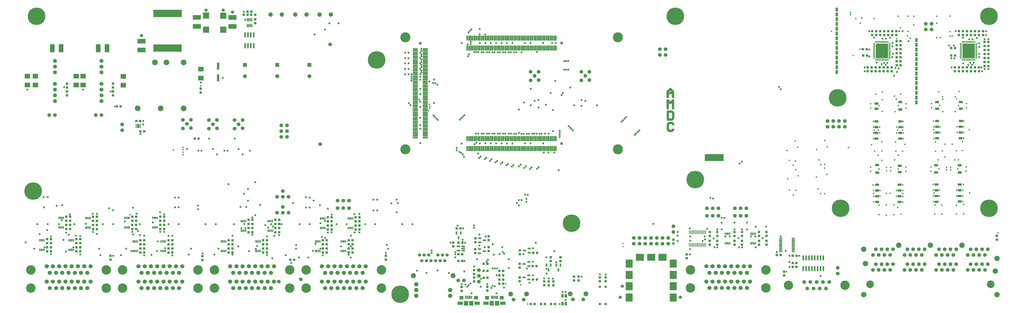
<source format=gts>
G04*
G04 #@! TF.GenerationSoftware,Altium Limited,Altium Designer,18.1.9 (240)*
G04*
G04 Layer_Color=8388736*
%FSLAX25Y25*%
%MOIN*%
G70*
G01*
G75*
%ADD55R,0.03937X0.05906*%
%ADD56R,0.02362X0.01968*%
%ADD57R,0.01200X0.03200*%
%ADD58R,0.03200X0.01200*%
%ADD64C,0.04000*%
%ADD65R,0.33000X0.12000*%
%ADD66R,0.02468X0.01484*%
%ADD67R,0.04043X0.06799*%
%ADD68R,0.06799X0.04437*%
%ADD69R,0.04240X0.04240*%
%ADD70R,0.04240X0.04240*%
%ADD71R,0.04437X0.06799*%
%ADD72R,0.14279X0.12311*%
%ADD73R,0.12311X0.14279*%
%ADD74R,0.06799X0.06012*%
%ADD75R,0.09555X0.05618*%
%ADD76R,0.07587X0.07980*%
%ADD77R,0.02075X0.05815*%
%ADD78R,0.05421X0.02075*%
%ADD79R,0.02500X0.08500*%
%ADD80R,0.08500X0.02500*%
%ADD81O,0.02862X0.09161*%
%ADD82R,0.49713X0.12902*%
%ADD83R,0.14000X0.08000*%
%ADD84R,0.09500X0.08000*%
%ADD85R,0.08000X0.14000*%
%ADD86R,0.02153X0.04000*%
%ADD87R,0.04437X0.12311*%
%ADD88R,0.02075X0.05303*%
%ADD89R,0.11130X0.11130*%
%ADD90R,0.21693X0.25787*%
%ADD91R,0.05618X0.02862*%
%ADD92R,0.02862X0.05618*%
%ADD93R,0.06209X0.02665*%
%ADD94R,0.06209X0.02665*%
%ADD95R,0.01681X0.06799*%
%ADD96C,0.06500*%
%ADD97C,0.09358*%
%ADD98C,0.13295*%
%ADD99C,0.04437*%
%ADD100C,0.30500*%
%ADD101R,0.06799X0.06799*%
%ADD102C,0.06799*%
%ADD103C,0.07200*%
%ADD104C,0.16500*%
%ADD105C,0.16248*%
%ADD106C,0.08374*%
%ADD107C,0.07500*%
%ADD108C,0.05500*%
%ADD109C,0.08700*%
%ADD110C,0.17500*%
%ADD111C,0.03500*%
%ADD112C,0.05098*%
%ADD113C,0.09949*%
%ADD114C,0.02700*%
%ADD115C,0.04500*%
%ADD116C,0.03000*%
D55*
X938774Y19390D02*
D03*
Y5610D02*
D03*
X944286Y19390D02*
D03*
Y5610D02*
D03*
X938774D02*
D03*
D56*
X1044000Y104744D02*
D03*
Y110256D02*
D03*
D57*
X1656327Y430103D02*
D03*
X1654358D02*
D03*
X1652390D02*
D03*
X1650421D02*
D03*
X1648453D02*
D03*
X1646484D02*
D03*
X1644516D02*
D03*
X1642547D02*
D03*
X1640579D02*
D03*
X1638610D02*
D03*
X1636642D02*
D03*
X1634673D02*
D03*
Y461203D02*
D03*
X1636642D02*
D03*
X1638610D02*
D03*
X1640579D02*
D03*
X1642547D02*
D03*
X1644516D02*
D03*
X1646484D02*
D03*
X1648453D02*
D03*
X1650421D02*
D03*
X1652390D02*
D03*
X1654358D02*
D03*
X1656327D02*
D03*
X1505327Y430103D02*
D03*
X1503358D02*
D03*
X1501390D02*
D03*
X1499421D02*
D03*
X1497453D02*
D03*
X1495484D02*
D03*
X1493516D02*
D03*
X1491547D02*
D03*
X1489579D02*
D03*
X1487610D02*
D03*
X1485642D02*
D03*
X1483673D02*
D03*
Y461203D02*
D03*
X1485642D02*
D03*
X1487610D02*
D03*
X1489579D02*
D03*
X1491547D02*
D03*
X1493516D02*
D03*
X1495484D02*
D03*
X1497453D02*
D03*
X1499421D02*
D03*
X1501390D02*
D03*
X1503358D02*
D03*
X1505327D02*
D03*
D58*
X1631900Y432858D02*
D03*
Y434827D02*
D03*
Y436795D02*
D03*
Y438764D02*
D03*
Y440732D02*
D03*
Y442701D02*
D03*
Y444669D02*
D03*
Y446638D02*
D03*
Y448606D02*
D03*
Y450575D02*
D03*
Y452543D02*
D03*
Y454512D02*
D03*
Y456480D02*
D03*
Y458449D02*
D03*
X1659100D02*
D03*
Y456480D02*
D03*
Y454512D02*
D03*
Y452543D02*
D03*
Y450575D02*
D03*
Y448606D02*
D03*
Y446638D02*
D03*
Y444669D02*
D03*
Y442701D02*
D03*
Y440732D02*
D03*
Y438764D02*
D03*
Y436795D02*
D03*
Y434827D02*
D03*
Y432858D02*
D03*
X1480900D02*
D03*
Y434827D02*
D03*
Y436795D02*
D03*
Y438764D02*
D03*
Y440732D02*
D03*
Y442701D02*
D03*
Y444669D02*
D03*
Y446638D02*
D03*
Y448606D02*
D03*
Y450575D02*
D03*
Y452543D02*
D03*
Y454512D02*
D03*
Y456480D02*
D03*
Y458449D02*
D03*
X1508100D02*
D03*
Y456480D02*
D03*
Y454512D02*
D03*
Y452543D02*
D03*
Y450575D02*
D03*
Y448606D02*
D03*
Y446638D02*
D03*
Y444669D02*
D03*
Y442701D02*
D03*
Y440732D02*
D03*
Y438764D02*
D03*
Y436795D02*
D03*
Y434827D02*
D03*
Y432858D02*
D03*
D64*
X1131380Y317887D02*
X1129048Y320219D01*
X1124383D01*
X1122050Y317887D01*
Y308557D01*
X1124383Y306224D01*
X1129048D01*
X1131380Y308557D01*
X1121717Y365224D02*
Y374554D01*
X1126382Y379220D01*
X1131047Y374554D01*
Y365224D01*
Y372222D01*
X1121717D01*
Y345557D02*
Y359553D01*
X1126382Y354888D01*
X1131047Y359553D01*
Y345557D01*
X1122050Y339886D02*
Y325891D01*
X1129048D01*
X1131380Y328223D01*
Y337554D01*
X1129048Y339886D01*
X1122050D01*
D65*
X1202500Y260000D02*
D03*
D66*
X196260Y317953D02*
D03*
Y315984D02*
D03*
Y314016D02*
D03*
Y312047D02*
D03*
X203740D02*
D03*
Y314016D02*
D03*
Y315984D02*
D03*
Y317953D02*
D03*
D67*
X200000Y315000D02*
D03*
D68*
X1631500Y303500D02*
D03*
Y293500D02*
D03*
Y313500D02*
D03*
X1631900Y323500D02*
D03*
X1632000Y345017D02*
D03*
X1631900Y356500D02*
D03*
X1590500D02*
D03*
Y345017D02*
D03*
Y323500D02*
D03*
Y313521D02*
D03*
Y303500D02*
D03*
Y293500D02*
D03*
X1630000Y183500D02*
D03*
Y193000D02*
D03*
Y203000D02*
D03*
Y213000D02*
D03*
Y234000D02*
D03*
Y246587D02*
D03*
X1589000Y246500D02*
D03*
X1589016Y234000D02*
D03*
X1589500Y213000D02*
D03*
Y203000D02*
D03*
Y193000D02*
D03*
Y183000D02*
D03*
X1525319Y182642D02*
D03*
Y192642D02*
D03*
Y202642D02*
D03*
Y212500D02*
D03*
X1525653Y234500D02*
D03*
Y245500D02*
D03*
X1526500Y293000D02*
D03*
Y303000D02*
D03*
Y313000D02*
D03*
Y322970D02*
D03*
Y343500D02*
D03*
Y356500D02*
D03*
X1485000Y354000D02*
D03*
Y345000D02*
D03*
Y322970D02*
D03*
Y313000D02*
D03*
Y302900D02*
D03*
Y293000D02*
D03*
X1486465Y247000D02*
D03*
X1486465Y233500D02*
D03*
X1486465Y212500D02*
D03*
Y202500D02*
D03*
Y192691D02*
D03*
Y182691D02*
D03*
D69*
X1694750Y117020D02*
D03*
Y123713D02*
D03*
X807626Y35004D02*
D03*
Y28311D02*
D03*
X809875Y103847D02*
D03*
Y97154D02*
D03*
X786500Y100347D02*
D03*
Y93654D02*
D03*
X810000Y122846D02*
D03*
Y116154D02*
D03*
X787000Y119346D02*
D03*
Y112654D02*
D03*
X763000Y34650D02*
D03*
Y27957D02*
D03*
X784500Y44153D02*
D03*
Y50846D02*
D03*
Y63846D02*
D03*
Y57153D02*
D03*
X76071Y388546D02*
D03*
Y381853D02*
D03*
X917965Y86347D02*
D03*
Y79654D02*
D03*
X1131500Y110079D02*
D03*
Y116772D02*
D03*
X631000Y82235D02*
D03*
Y88928D02*
D03*
X311503Y81653D02*
D03*
Y88346D02*
D03*
X151476Y82166D02*
D03*
Y88859D02*
D03*
X1154737Y91285D02*
D03*
Y84592D02*
D03*
X748370Y105331D02*
D03*
Y112024D02*
D03*
X1324397Y61346D02*
D03*
Y54654D02*
D03*
X1013500Y44500D02*
D03*
Y51193D02*
D03*
X1003500Y44500D02*
D03*
Y51193D02*
D03*
X935000Y86347D02*
D03*
Y79654D02*
D03*
X958500Y45913D02*
D03*
Y52606D02*
D03*
X864060Y44634D02*
D03*
Y51327D02*
D03*
Y68134D02*
D03*
Y74827D02*
D03*
X864362Y91634D02*
D03*
Y98327D02*
D03*
X906500Y44106D02*
D03*
Y37413D02*
D03*
X914500Y44106D02*
D03*
Y37413D02*
D03*
X922500Y44106D02*
D03*
Y37413D02*
D03*
X403481Y500594D02*
D03*
Y493901D02*
D03*
X308500Y373166D02*
D03*
Y379859D02*
D03*
X156000Y388546D02*
D03*
Y381853D02*
D03*
Y368381D02*
D03*
Y375074D02*
D03*
X76000Y368381D02*
D03*
Y375074D02*
D03*
X1293500Y130347D02*
D03*
Y123653D02*
D03*
Y108153D02*
D03*
Y114847D02*
D03*
X1280500Y130347D02*
D03*
Y123653D02*
D03*
X1280559Y108153D02*
D03*
Y114847D02*
D03*
X1238000Y130347D02*
D03*
Y123653D02*
D03*
Y108153D02*
D03*
Y114847D02*
D03*
X1251000Y130347D02*
D03*
Y123653D02*
D03*
Y108153D02*
D03*
Y114847D02*
D03*
X1195000Y130347D02*
D03*
Y123653D02*
D03*
X1208000Y108153D02*
D03*
Y114847D02*
D03*
Y130347D02*
D03*
Y123653D02*
D03*
X1195000Y108153D02*
D03*
Y114847D02*
D03*
X1339153Y76265D02*
D03*
Y69572D02*
D03*
X1345654Y76265D02*
D03*
Y69572D02*
D03*
X966500Y52606D02*
D03*
Y45913D02*
D03*
X1656500Y417000D02*
D03*
Y410307D02*
D03*
X1663500Y417000D02*
D03*
Y410307D02*
D03*
X1642500Y417000D02*
D03*
Y410307D02*
D03*
X1649500Y417000D02*
D03*
Y410307D02*
D03*
X1628500Y473307D02*
D03*
Y480000D02*
D03*
Y417000D02*
D03*
Y410307D02*
D03*
X1621500Y417000D02*
D03*
Y410307D02*
D03*
X1635500Y473307D02*
D03*
Y480000D02*
D03*
X1642500Y473307D02*
D03*
Y480000D02*
D03*
X1635500Y417000D02*
D03*
Y410307D02*
D03*
X1663500Y473307D02*
D03*
Y480000D02*
D03*
X1670500Y473307D02*
D03*
Y480000D02*
D03*
X1656500Y473307D02*
D03*
Y480000D02*
D03*
X1649500Y473307D02*
D03*
Y480000D02*
D03*
X1477500Y473307D02*
D03*
Y480000D02*
D03*
X1483500Y417000D02*
D03*
Y410307D02*
D03*
X1504500Y417000D02*
D03*
Y410307D02*
D03*
X1511500Y417000D02*
D03*
Y410307D02*
D03*
X1490500Y417000D02*
D03*
Y410307D02*
D03*
X1497500Y417000D02*
D03*
Y410307D02*
D03*
X1469500Y417000D02*
D03*
Y410307D02*
D03*
X1476500Y417000D02*
D03*
Y410307D02*
D03*
X1498500Y473307D02*
D03*
Y480000D02*
D03*
X1505500Y473307D02*
D03*
Y480000D02*
D03*
X1519500Y473307D02*
D03*
Y480000D02*
D03*
X1512500Y473307D02*
D03*
Y480000D02*
D03*
X1484500Y473307D02*
D03*
Y480000D02*
D03*
X1491500Y473307D02*
D03*
Y480000D02*
D03*
D70*
X203654Y305500D02*
D03*
X210347D02*
D03*
X203346Y323500D02*
D03*
X196653D02*
D03*
X807847Y75000D02*
D03*
X801153D02*
D03*
X835347Y40398D02*
D03*
X828654D02*
D03*
X764347Y112000D02*
D03*
X757654D02*
D03*
X760847Y136500D02*
D03*
X754153D02*
D03*
X893980Y47500D02*
D03*
X887287D02*
D03*
X893308Y70822D02*
D03*
X886615D02*
D03*
X894347Y94036D02*
D03*
X887654D02*
D03*
X471193Y82000D02*
D03*
X464500D02*
D03*
X390435Y508512D02*
D03*
X383742D02*
D03*
X396951Y514012D02*
D03*
X390258D02*
D03*
X403481Y508512D02*
D03*
X396788D02*
D03*
X828654Y55000D02*
D03*
X835347D02*
D03*
X828654Y62500D02*
D03*
X835347D02*
D03*
X828654Y47353D02*
D03*
X835347D02*
D03*
X889962Y5000D02*
D03*
X883269D02*
D03*
X907847D02*
D03*
X901153D02*
D03*
X925346D02*
D03*
X918653D02*
D03*
X807973Y50657D02*
D03*
X801280D02*
D03*
X807973Y62657D02*
D03*
X801280D02*
D03*
X763846Y80000D02*
D03*
X757154D02*
D03*
Y91500D02*
D03*
X763846D02*
D03*
X536665Y141623D02*
D03*
X529972D02*
D03*
X398748Y137167D02*
D03*
X392055D02*
D03*
X196235Y142667D02*
D03*
X189542D02*
D03*
X81346D02*
D03*
X74654D02*
D03*
X528014Y101667D02*
D03*
X521321D02*
D03*
X364054D02*
D03*
X357361D02*
D03*
X210347D02*
D03*
X203654D02*
D03*
X47846Y103667D02*
D03*
X41153D02*
D03*
X585100Y141623D02*
D03*
X578407D02*
D03*
X445400Y137167D02*
D03*
X438707D02*
D03*
X244847Y142667D02*
D03*
X238154D02*
D03*
X128024Y142456D02*
D03*
X121331D02*
D03*
X572847Y101667D02*
D03*
X566153D02*
D03*
X424061D02*
D03*
X417369D02*
D03*
X259270D02*
D03*
X252577D02*
D03*
X98847Y103667D02*
D03*
X92154D02*
D03*
X536665Y155956D02*
D03*
X529972D02*
D03*
X398748Y151500D02*
D03*
X392055D02*
D03*
X196235Y157000D02*
D03*
X189542D02*
D03*
X81346D02*
D03*
X74654D02*
D03*
X528014Y116000D02*
D03*
X521321D02*
D03*
X364054D02*
D03*
X357361D02*
D03*
X210347D02*
D03*
X203654D02*
D03*
X47846Y118000D02*
D03*
X41153D02*
D03*
X585100Y155956D02*
D03*
X578407D02*
D03*
X445400Y151500D02*
D03*
X438707D02*
D03*
X244847Y157000D02*
D03*
X238154D02*
D03*
X128024Y156789D02*
D03*
X121331D02*
D03*
X572847Y116000D02*
D03*
X566153D02*
D03*
X424061D02*
D03*
X417369D02*
D03*
X259270D02*
D03*
X252577D02*
D03*
X98847Y118000D02*
D03*
X92154D02*
D03*
X529972Y134456D02*
D03*
X536665D02*
D03*
X392055Y130000D02*
D03*
X398748D02*
D03*
X189542Y135500D02*
D03*
X196235D02*
D03*
X74654D02*
D03*
X81346D02*
D03*
X521321Y94500D02*
D03*
X528014D02*
D03*
X357361D02*
D03*
X364054D02*
D03*
X203654D02*
D03*
X210347D02*
D03*
X41153Y96500D02*
D03*
X47846D02*
D03*
X578407Y134456D02*
D03*
X585100D02*
D03*
X438707Y130000D02*
D03*
X445400D02*
D03*
X238154Y135500D02*
D03*
X244847D02*
D03*
X121331Y135289D02*
D03*
X128024D02*
D03*
X566153Y94500D02*
D03*
X572847D02*
D03*
X417369D02*
D03*
X424061D02*
D03*
X252577D02*
D03*
X259270D02*
D03*
X92154Y96500D02*
D03*
X98847D02*
D03*
X536665Y148789D02*
D03*
X529972D02*
D03*
X398748Y144333D02*
D03*
X392055D02*
D03*
X196235Y149833D02*
D03*
X189542D02*
D03*
X81346D02*
D03*
X74654D02*
D03*
X528014Y108833D02*
D03*
X521321D02*
D03*
X364054D02*
D03*
X357361D02*
D03*
X210347D02*
D03*
X203654D02*
D03*
X47846Y110833D02*
D03*
X41153D02*
D03*
X585100Y148789D02*
D03*
X578407D02*
D03*
X445400Y144333D02*
D03*
X438707D02*
D03*
X244847Y149833D02*
D03*
X238154D02*
D03*
X128024Y149623D02*
D03*
X121331D02*
D03*
X572847Y108833D02*
D03*
X566153D02*
D03*
X424061D02*
D03*
X417369D02*
D03*
X259270D02*
D03*
X252577D02*
D03*
X98847Y110833D02*
D03*
X92154D02*
D03*
X162654Y349000D02*
D03*
X169346D02*
D03*
X1318413Y90390D02*
D03*
X1311720D02*
D03*
X1339153Y88859D02*
D03*
X1345846D02*
D03*
X1673153Y440204D02*
D03*
X1679847D02*
D03*
X1673153Y419204D02*
D03*
X1679847D02*
D03*
X1673153Y426203D02*
D03*
X1679847D02*
D03*
X1673153Y447203D02*
D03*
X1679847D02*
D03*
X1621847Y437580D02*
D03*
X1615154D02*
D03*
X1673153Y454204D02*
D03*
X1679847D02*
D03*
X1673153Y461203D02*
D03*
X1679847D02*
D03*
X1673153Y433204D02*
D03*
X1679847D02*
D03*
X1621847Y450654D02*
D03*
X1615154D02*
D03*
X1520154Y441500D02*
D03*
X1526847D02*
D03*
X1520154Y448654D02*
D03*
X1526847D02*
D03*
X1520154Y434500D02*
D03*
X1526847D02*
D03*
X1468545Y437447D02*
D03*
X1461852D02*
D03*
X1520154Y455500D02*
D03*
X1526847D02*
D03*
X1520154Y420653D02*
D03*
X1526847D02*
D03*
X1467846Y448654D02*
D03*
X1461154D02*
D03*
X1520154Y462653D02*
D03*
X1526847D02*
D03*
X1520154Y427579D02*
D03*
X1526847D02*
D03*
D71*
X1416000Y442425D02*
D03*
Y484206D02*
D03*
X1415817Y517658D02*
D03*
X1416000Y417356D02*
D03*
Y425712D02*
D03*
Y434069D02*
D03*
Y450781D02*
D03*
Y467494D02*
D03*
Y475850D02*
D03*
Y492562D02*
D03*
Y500919D02*
D03*
Y459137D02*
D03*
Y409000D02*
D03*
Y509275D02*
D03*
X1554500Y464658D02*
D03*
Y389433D02*
D03*
Y431225D02*
D03*
Y456300D02*
D03*
Y356000D02*
D03*
Y406150D02*
D03*
Y447942D02*
D03*
Y439583D02*
D03*
Y422867D02*
D03*
Y414508D02*
D03*
Y397792D02*
D03*
Y381075D02*
D03*
Y372717D02*
D03*
Y364358D02*
D03*
D72*
X1112571Y86197D02*
D03*
X1073201D02*
D03*
X1092886D02*
D03*
D73*
X1054500Y36000D02*
D03*
Y55685D02*
D03*
Y16315D02*
D03*
Y75370D02*
D03*
X1131272D02*
D03*
Y16315D02*
D03*
Y55685D02*
D03*
Y36000D02*
D03*
D74*
X807374Y15854D02*
D03*
X832571D02*
D03*
X762638D02*
D03*
X787835D02*
D03*
D75*
X805209Y6209D02*
D03*
X834736D02*
D03*
X760472D02*
D03*
X790000D02*
D03*
D76*
X815445D02*
D03*
X824500D02*
D03*
X770709D02*
D03*
X779764D02*
D03*
D77*
X825091Y16740D02*
D03*
X814854D02*
D03*
X817413D02*
D03*
X822532D02*
D03*
X819972D02*
D03*
X780354D02*
D03*
X770118D02*
D03*
X772677D02*
D03*
X777795D02*
D03*
X775236D02*
D03*
D78*
X1318340Y103882D02*
D03*
Y101323D02*
D03*
Y98764D02*
D03*
Y96205D02*
D03*
Y106441D02*
D03*
Y109000D02*
D03*
Y111559D02*
D03*
Y116677D02*
D03*
Y114118D02*
D03*
Y119236D02*
D03*
X1340190D02*
D03*
Y114118D02*
D03*
Y116677D02*
D03*
Y111559D02*
D03*
Y109000D02*
D03*
Y106441D02*
D03*
Y96205D02*
D03*
Y98764D02*
D03*
Y101323D02*
D03*
Y103882D02*
D03*
D79*
X920697Y293000D02*
D03*
X923847D02*
D03*
X920697Y275677D02*
D03*
X923846D02*
D03*
X911248Y293000D02*
D03*
X914398D02*
D03*
X911248Y275677D02*
D03*
X914397D02*
D03*
X904949Y293000D02*
D03*
X908098D02*
D03*
X904949Y275677D02*
D03*
X908098D02*
D03*
X895500Y293000D02*
D03*
X898650D02*
D03*
X895500Y275677D02*
D03*
X898649D02*
D03*
X889201Y293000D02*
D03*
X889200Y275677D02*
D03*
X879752Y293000D02*
D03*
X882902D02*
D03*
X879752Y275677D02*
D03*
X882901D02*
D03*
X873453Y293000D02*
D03*
X873452Y275677D02*
D03*
X864004Y293000D02*
D03*
X867153D02*
D03*
X864004Y275677D02*
D03*
X867153D02*
D03*
X857705Y293000D02*
D03*
X857705Y275677D02*
D03*
X848256Y293000D02*
D03*
X851406D02*
D03*
X848256Y275677D02*
D03*
X851405D02*
D03*
X841957Y293000D02*
D03*
X841957Y275677D02*
D03*
X832508Y293000D02*
D03*
X835658D02*
D03*
X832508Y275677D02*
D03*
X835657D02*
D03*
X826209Y293000D02*
D03*
X826208Y275677D02*
D03*
X816760Y293000D02*
D03*
X819909D02*
D03*
X816760Y275677D02*
D03*
X819909D02*
D03*
X807311Y293000D02*
D03*
X810461D02*
D03*
X807311Y275677D02*
D03*
X810460D02*
D03*
X801012Y293000D02*
D03*
X804161D02*
D03*
X801012Y275677D02*
D03*
X804161D02*
D03*
X791563Y293000D02*
D03*
X794713D02*
D03*
X791563Y275677D02*
D03*
X794713D02*
D03*
X785264Y293000D02*
D03*
X785264Y275677D02*
D03*
X775815Y293000D02*
D03*
X778965D02*
D03*
X775815Y275677D02*
D03*
X778965D02*
D03*
X926996Y293000D02*
D03*
X926996Y275677D02*
D03*
X892350Y293000D02*
D03*
X901799D02*
D03*
X917547D02*
D03*
X892350Y275677D02*
D03*
X901799D02*
D03*
X917547D02*
D03*
X860854Y293000D02*
D03*
X870303D02*
D03*
X876602D02*
D03*
X886051D02*
D03*
X860854Y275677D02*
D03*
X870303D02*
D03*
X876602D02*
D03*
X886051D02*
D03*
X829358Y293000D02*
D03*
X838807D02*
D03*
X845106D02*
D03*
X854555D02*
D03*
X829358Y275677D02*
D03*
X838807D02*
D03*
X845106D02*
D03*
X854555D02*
D03*
X797862Y293000D02*
D03*
X813610D02*
D03*
X823059D02*
D03*
X797862Y275677D02*
D03*
X813610D02*
D03*
X823059D02*
D03*
X772665Y293000D02*
D03*
X782114D02*
D03*
X788413D02*
D03*
X772665Y275677D02*
D03*
X782114D02*
D03*
X788413D02*
D03*
Y450677D02*
D03*
X782114D02*
D03*
X772665D02*
D03*
X788413Y468000D02*
D03*
X782114D02*
D03*
X772665D02*
D03*
X823059Y450677D02*
D03*
X813610D02*
D03*
X797862D02*
D03*
X823059Y468000D02*
D03*
X813610D02*
D03*
X797862D02*
D03*
X854555Y450677D02*
D03*
X845106D02*
D03*
X838807D02*
D03*
X829358D02*
D03*
X854555Y468000D02*
D03*
X845106D02*
D03*
X838807D02*
D03*
X829358D02*
D03*
X886051Y450677D02*
D03*
X876602D02*
D03*
X870303D02*
D03*
X860854D02*
D03*
X886051Y468000D02*
D03*
X876602D02*
D03*
X870303D02*
D03*
X860854D02*
D03*
X917547Y450677D02*
D03*
X901799D02*
D03*
X892350D02*
D03*
X917547Y468000D02*
D03*
X901799D02*
D03*
X892350D02*
D03*
X926996Y450677D02*
D03*
X926996Y468000D02*
D03*
X778965Y450677D02*
D03*
X775815D02*
D03*
X778965Y468000D02*
D03*
X775815D02*
D03*
X785264Y450677D02*
D03*
X785264Y468000D02*
D03*
X794713Y450677D02*
D03*
X791563D02*
D03*
X794713Y468000D02*
D03*
X791563D02*
D03*
X804161Y450677D02*
D03*
X801012D02*
D03*
X804161Y468000D02*
D03*
X801012D02*
D03*
X810460Y450677D02*
D03*
X807311D02*
D03*
X810461Y468000D02*
D03*
X807311D02*
D03*
X819909Y450677D02*
D03*
X816760D02*
D03*
X819909Y468000D02*
D03*
X816760D02*
D03*
X826208Y450677D02*
D03*
X826209Y468000D02*
D03*
X835657Y450677D02*
D03*
X832508D02*
D03*
X835658Y468000D02*
D03*
X832508D02*
D03*
X841957Y450677D02*
D03*
X841957Y468000D02*
D03*
X851405Y450677D02*
D03*
X848256D02*
D03*
X851406Y468000D02*
D03*
X848256D02*
D03*
X857705Y450677D02*
D03*
X857705Y468000D02*
D03*
X867153Y450677D02*
D03*
X864004D02*
D03*
X867153Y468000D02*
D03*
X864004D02*
D03*
X873452Y450677D02*
D03*
X873453Y468000D02*
D03*
X882901Y450677D02*
D03*
X879752D02*
D03*
X882902Y468000D02*
D03*
X879752D02*
D03*
X889200Y450677D02*
D03*
X889201Y468000D02*
D03*
X898649Y450677D02*
D03*
X895500D02*
D03*
X898650Y468000D02*
D03*
X895500D02*
D03*
X908098Y450677D02*
D03*
X904949D02*
D03*
X908098Y468000D02*
D03*
X904949D02*
D03*
X914397Y450677D02*
D03*
X911248D02*
D03*
X914398Y468000D02*
D03*
X911248D02*
D03*
X923846Y450677D02*
D03*
X920697D02*
D03*
X923847Y468000D02*
D03*
X920697D02*
D03*
D80*
X682169Y442655D02*
D03*
Y445804D02*
D03*
X699492Y442654D02*
D03*
Y445804D02*
D03*
X682169Y433206D02*
D03*
Y436355D02*
D03*
X699492Y433206D02*
D03*
Y436355D02*
D03*
X682169Y426907D02*
D03*
Y430056D02*
D03*
X699492Y426906D02*
D03*
Y430056D02*
D03*
X682169Y417458D02*
D03*
Y420608D02*
D03*
X699492Y417458D02*
D03*
Y420607D02*
D03*
X682169Y411159D02*
D03*
X699492Y411158D02*
D03*
X682169Y401710D02*
D03*
Y404859D02*
D03*
X699492Y401710D02*
D03*
Y404859D02*
D03*
X682169Y395411D02*
D03*
X699492Y395410D02*
D03*
X682169Y385962D02*
D03*
Y389111D02*
D03*
X699492Y385962D02*
D03*
Y389111D02*
D03*
X682169Y379663D02*
D03*
X699492Y379662D02*
D03*
X682169Y370214D02*
D03*
Y373363D02*
D03*
X699492Y370214D02*
D03*
Y373363D02*
D03*
X682169Y363915D02*
D03*
X699492Y363914D02*
D03*
X682169Y354466D02*
D03*
Y357615D02*
D03*
X699492Y354466D02*
D03*
Y357615D02*
D03*
X682169Y348166D02*
D03*
X699492Y348166D02*
D03*
X682169Y338718D02*
D03*
Y341867D02*
D03*
X699492Y338718D02*
D03*
Y341867D02*
D03*
X682169Y329269D02*
D03*
Y332418D02*
D03*
X699492Y329269D02*
D03*
Y332418D02*
D03*
X682169Y322970D02*
D03*
Y326119D02*
D03*
X699492Y322970D02*
D03*
Y326119D02*
D03*
X682169Y313521D02*
D03*
Y316670D02*
D03*
X699492Y313521D02*
D03*
Y316670D02*
D03*
X682169Y307222D02*
D03*
X699492Y307222D02*
D03*
X682169Y297773D02*
D03*
Y300922D02*
D03*
X699492Y297773D02*
D03*
Y300922D02*
D03*
X682169Y448954D02*
D03*
X699492Y448954D02*
D03*
X682169Y414308D02*
D03*
Y423757D02*
D03*
Y439505D02*
D03*
X699492Y414308D02*
D03*
Y423757D02*
D03*
Y439505D02*
D03*
X682169Y382812D02*
D03*
Y392261D02*
D03*
Y398560D02*
D03*
Y408009D02*
D03*
X699492Y382812D02*
D03*
Y392261D02*
D03*
Y398560D02*
D03*
Y408009D02*
D03*
X682169Y351316D02*
D03*
Y360765D02*
D03*
Y367064D02*
D03*
Y376513D02*
D03*
X699492Y351316D02*
D03*
Y360765D02*
D03*
Y367064D02*
D03*
Y376513D02*
D03*
X682169Y319820D02*
D03*
Y335568D02*
D03*
Y345017D02*
D03*
X699492Y319820D02*
D03*
Y335568D02*
D03*
Y345017D02*
D03*
X682169Y294623D02*
D03*
Y304072D02*
D03*
Y310371D02*
D03*
X699492Y294623D02*
D03*
Y304072D02*
D03*
Y310371D02*
D03*
D81*
X1392500Y85367D02*
D03*
X1387500D02*
D03*
X1382500D02*
D03*
X1377500D02*
D03*
X1372500D02*
D03*
X1367500D02*
D03*
X1362500D02*
D03*
X1357500D02*
D03*
X1392500Y66469D02*
D03*
X1387500D02*
D03*
X1382500D02*
D03*
X1377500D02*
D03*
X1372500D02*
D03*
X1367500D02*
D03*
X1362500D02*
D03*
X1357500D02*
D03*
X386067Y454564D02*
D03*
X391067D02*
D03*
X396067D02*
D03*
X401067D02*
D03*
X386067Y473461D02*
D03*
X391067D02*
D03*
X396067D02*
D03*
X401067D02*
D03*
D82*
X251000Y511000D02*
D03*
Y450567D02*
D03*
D83*
X302038Y503795D02*
D03*
Y488299D02*
D03*
X364000Y503795D02*
D03*
Y488299D02*
D03*
X205683Y462700D02*
D03*
Y447203D02*
D03*
D84*
X92000Y401601D02*
D03*
Y386105D02*
D03*
X7000Y401601D02*
D03*
Y386105D02*
D03*
X104000Y401601D02*
D03*
Y386105D02*
D03*
X174000Y401248D02*
D03*
Y385752D02*
D03*
X308808Y413876D02*
D03*
Y398380D02*
D03*
X21000Y401601D02*
D03*
Y386105D02*
D03*
D85*
X50252Y450265D02*
D03*
X65748D02*
D03*
X130252D02*
D03*
X145748D02*
D03*
D86*
X425876Y149287D02*
D03*
X428435D02*
D03*
X430995D02*
D03*
X425876Y132711D02*
D03*
X428435D02*
D03*
X430995D02*
D03*
X433554D02*
D03*
Y149287D02*
D03*
X379224D02*
D03*
X381783D02*
D03*
X384343D02*
D03*
X379224Y132711D02*
D03*
X381783D02*
D03*
X384343D02*
D03*
X386902D02*
D03*
Y149287D02*
D03*
X61823Y154787D02*
D03*
X64382D02*
D03*
X66941D02*
D03*
X61823Y138211D02*
D03*
X64382D02*
D03*
X66941D02*
D03*
X69500D02*
D03*
Y154787D02*
D03*
X524818Y153743D02*
D03*
Y137167D02*
D03*
X522259D02*
D03*
X519700D02*
D03*
X517141D02*
D03*
X522259Y153743D02*
D03*
X519700D02*
D03*
X517141D02*
D03*
X184388Y154787D02*
D03*
Y138211D02*
D03*
X181829D02*
D03*
X179270D02*
D03*
X176711D02*
D03*
X181829Y154787D02*
D03*
X179270D02*
D03*
X176711D02*
D03*
X516168Y113787D02*
D03*
Y97211D02*
D03*
X513609D02*
D03*
X511050D02*
D03*
X508491D02*
D03*
X513609Y113787D02*
D03*
X511050D02*
D03*
X508491D02*
D03*
X352207D02*
D03*
Y97211D02*
D03*
X349648D02*
D03*
X347089D02*
D03*
X344530D02*
D03*
X349648Y113787D02*
D03*
X347089D02*
D03*
X344530D02*
D03*
X198500D02*
D03*
Y97211D02*
D03*
X195941D02*
D03*
X193382D02*
D03*
X190823D02*
D03*
X195941Y113787D02*
D03*
X193382D02*
D03*
X190823D02*
D03*
X36000Y115787D02*
D03*
Y99211D02*
D03*
X33441D02*
D03*
X30882D02*
D03*
X28323D02*
D03*
X33441Y115787D02*
D03*
X30882D02*
D03*
X28323D02*
D03*
X573253Y153743D02*
D03*
Y137167D02*
D03*
X570694D02*
D03*
X568135D02*
D03*
X565576D02*
D03*
X570694Y153743D02*
D03*
X568135D02*
D03*
X565576D02*
D03*
X233000Y154787D02*
D03*
Y138211D02*
D03*
X230441D02*
D03*
X227882D02*
D03*
X225323D02*
D03*
X230441Y154787D02*
D03*
X227882D02*
D03*
X225323D02*
D03*
X116177Y154577D02*
D03*
Y138000D02*
D03*
X113618D02*
D03*
X111059D02*
D03*
X108500D02*
D03*
X113618Y154577D02*
D03*
X111059D02*
D03*
X108500D02*
D03*
X561000Y113787D02*
D03*
Y97211D02*
D03*
X558441D02*
D03*
X555882D02*
D03*
X553323D02*
D03*
X558441Y113787D02*
D03*
X555882D02*
D03*
X553323D02*
D03*
X412215D02*
D03*
Y97211D02*
D03*
X409656D02*
D03*
X407097D02*
D03*
X404538D02*
D03*
X409656Y113787D02*
D03*
X407097D02*
D03*
X404538D02*
D03*
X247424D02*
D03*
Y97211D02*
D03*
X244865D02*
D03*
X242305D02*
D03*
X239746D02*
D03*
X244865Y113787D02*
D03*
X242305D02*
D03*
X239746D02*
D03*
X87000Y115787D02*
D03*
Y99211D02*
D03*
X84441D02*
D03*
X81882D02*
D03*
X79323D02*
D03*
X84441Y115787D02*
D03*
X81882D02*
D03*
X79323D02*
D03*
X1274177Y127288D02*
D03*
Y110712D02*
D03*
X1271618D02*
D03*
X1269059D02*
D03*
X1266500D02*
D03*
X1271618Y127288D02*
D03*
X1269059D02*
D03*
X1266500D02*
D03*
X1229598D02*
D03*
Y110712D02*
D03*
X1227039D02*
D03*
X1224480D02*
D03*
X1221921D02*
D03*
X1227039Y127288D02*
D03*
X1224480D02*
D03*
X1221921D02*
D03*
D87*
X338885Y398648D02*
D03*
Y419317D02*
D03*
D88*
X397523Y500012D02*
D03*
X394964D02*
D03*
X392404D02*
D03*
X389845D02*
D03*
Y489697D02*
D03*
X392404D02*
D03*
X394964D02*
D03*
X397523D02*
D03*
D89*
X347921Y482590D02*
D03*
X318000D02*
D03*
X347921Y506999D02*
D03*
X318000Y507090D02*
D03*
D90*
X1645500Y445653D02*
D03*
X1494500D02*
D03*
D91*
X802134Y97000D02*
D03*
X793866Y93260D02*
D03*
Y100740D02*
D03*
X802634Y116000D02*
D03*
X794366Y112260D02*
D03*
Y119740D02*
D03*
X880060Y47500D02*
D03*
Y54980D02*
D03*
X871792Y51240D02*
D03*
X880060Y70841D02*
D03*
Y78322D02*
D03*
X871792Y74582D02*
D03*
X880496Y94240D02*
D03*
Y101720D02*
D03*
X872228Y97980D02*
D03*
D92*
X757654Y120366D02*
D03*
X753913Y128634D02*
D03*
X761394D02*
D03*
X918114Y72500D02*
D03*
X910634D02*
D03*
X914374Y64232D02*
D03*
X935114Y72500D02*
D03*
X927634D02*
D03*
X931374Y64232D02*
D03*
D93*
X765732Y97760D02*
D03*
D94*
X765732Y101500D02*
D03*
Y105240D02*
D03*
X757268D02*
D03*
Y97760D02*
D03*
D95*
X1159425Y107976D02*
D03*
X1161984D02*
D03*
X1164543D02*
D03*
X1167102D02*
D03*
X1169661D02*
D03*
X1172221D02*
D03*
X1174780D02*
D03*
X1177339D02*
D03*
X1179898D02*
D03*
X1182457D02*
D03*
X1185016D02*
D03*
X1187575D02*
D03*
X1159425Y130024D02*
D03*
X1161984D02*
D03*
X1164543D02*
D03*
X1167102D02*
D03*
X1169661D02*
D03*
X1172221D02*
D03*
X1174780D02*
D03*
X1177339D02*
D03*
X1179898D02*
D03*
X1182457D02*
D03*
X1185016D02*
D03*
X1187575D02*
D03*
D96*
X1400000Y313500D02*
D03*
X1410000D02*
D03*
X1420000D02*
D03*
X1430000D02*
D03*
Y323500D02*
D03*
X1420000D02*
D03*
X1410000D02*
D03*
X1400000D02*
D03*
X1504016Y74300D02*
D03*
X1494016D02*
D03*
X1484016D02*
D03*
X1514016D02*
D03*
X1479016Y64300D02*
D03*
X1489016D02*
D03*
X1499016D02*
D03*
X1509016D02*
D03*
Y90284D02*
D03*
X1499016D02*
D03*
X1489016D02*
D03*
X1479016D02*
D03*
X1514016Y100284D02*
D03*
X1484016D02*
D03*
X1494016D02*
D03*
X1504016D02*
D03*
X1559016Y74300D02*
D03*
X1549016D02*
D03*
X1539016D02*
D03*
X1569016D02*
D03*
X1534016Y64300D02*
D03*
X1544016D02*
D03*
X1554016D02*
D03*
X1564016D02*
D03*
Y90284D02*
D03*
X1554016D02*
D03*
X1544016D02*
D03*
X1534016D02*
D03*
X1569016Y100284D02*
D03*
X1539016D02*
D03*
X1549016D02*
D03*
X1559016D02*
D03*
X1614016Y74300D02*
D03*
X1604016D02*
D03*
X1594016D02*
D03*
X1624016D02*
D03*
X1589016Y64300D02*
D03*
X1599016D02*
D03*
X1609016D02*
D03*
X1619016D02*
D03*
Y90284D02*
D03*
X1609016D02*
D03*
X1599016D02*
D03*
X1589016D02*
D03*
X1624016Y100284D02*
D03*
X1594016D02*
D03*
X1604016D02*
D03*
X1614016D02*
D03*
X1669016D02*
D03*
X1659016D02*
D03*
X1649016D02*
D03*
X1679016D02*
D03*
X1644016Y90284D02*
D03*
X1654016D02*
D03*
X1664016D02*
D03*
X1674016D02*
D03*
Y64300D02*
D03*
X1664016D02*
D03*
X1654016D02*
D03*
X1644016D02*
D03*
X1679016Y74300D02*
D03*
X1649016D02*
D03*
X1659016D02*
D03*
X1669016D02*
D03*
X1581000Y493000D02*
D03*
Y483000D02*
D03*
X1571000D02*
D03*
Y493000D02*
D03*
X1118000Y448606D02*
D03*
Y438606D02*
D03*
X1108000D02*
D03*
Y448606D02*
D03*
X1375547Y31909D02*
D03*
X1364642D02*
D03*
X1386453D02*
D03*
X1397358D02*
D03*
X1402811Y43091D02*
D03*
X1391905D02*
D03*
X1381000D02*
D03*
X1359189D02*
D03*
X1370094D02*
D03*
X974500Y12760D02*
D03*
X956783D02*
D03*
X871000Y12498D02*
D03*
X853284D02*
D03*
X136000Y333853D02*
D03*
X126000D02*
D03*
X171995Y307500D02*
D03*
Y317500D02*
D03*
X461500Y191499D02*
D03*
X451500D02*
D03*
X441500D02*
D03*
X451500Y201499D02*
D03*
X567000Y172000D02*
D03*
X557000D02*
D03*
X547000D02*
D03*
X566983Y185000D02*
D03*
X556983D02*
D03*
X546983D02*
D03*
X459000Y315917D02*
D03*
Y305917D02*
D03*
Y295917D02*
D03*
X449000D02*
D03*
Y305917D02*
D03*
Y315917D02*
D03*
X45000Y333853D02*
D03*
X55000D02*
D03*
X451500Y174000D02*
D03*
X441500Y164000D02*
D03*
X451500D02*
D03*
X461500D02*
D03*
X793000Y64000D02*
D03*
Y54000D02*
D03*
Y44000D02*
D03*
X767000Y46000D02*
D03*
X757000D02*
D03*
X1131500Y130289D02*
D03*
Y140289D02*
D03*
X1092500Y120000D02*
D03*
X1102500D02*
D03*
X1082500D02*
D03*
X1072500D02*
D03*
X1112500D02*
D03*
X1122500D02*
D03*
X1062500D02*
D03*
Y110000D02*
D03*
X1072500D02*
D03*
X1082500D02*
D03*
X1092500D02*
D03*
X1102500D02*
D03*
X1112500D02*
D03*
X1122500D02*
D03*
X1210000Y171500D02*
D03*
X1200000D02*
D03*
X1190000D02*
D03*
X1238500Y158500D02*
D03*
X1248500D02*
D03*
X1258500D02*
D03*
X1210000D02*
D03*
X1200000D02*
D03*
X1190000D02*
D03*
X1238500Y171500D02*
D03*
X1248500D02*
D03*
X1258500D02*
D03*
X1417500Y58000D02*
D03*
Y68000D02*
D03*
X516646Y283347D02*
D03*
X534000Y457000D02*
D03*
X985388Y394894D02*
D03*
Y409394D02*
D03*
X978388Y402153D02*
D03*
X971388Y409394D02*
D03*
Y394394D02*
D03*
X897002Y394894D02*
D03*
Y409394D02*
D03*
X890002Y402153D02*
D03*
X883002Y409394D02*
D03*
Y394394D02*
D03*
X381600Y325305D02*
D03*
X374600Y318065D02*
D03*
X381600Y310805D02*
D03*
X367600Y310305D02*
D03*
Y325305D02*
D03*
X337100Y325305D02*
D03*
Y310805D02*
D03*
X330100Y318065D02*
D03*
X323100Y325305D02*
D03*
Y310305D02*
D03*
X291741Y311240D02*
D03*
Y325740D02*
D03*
X284741Y318500D02*
D03*
X277741Y325740D02*
D03*
Y310740D02*
D03*
X483014Y48000D02*
D03*
X444500Y43900D02*
D03*
D97*
X1695000Y21308D02*
D03*
Y84300D02*
D03*
X1691909Y62292D02*
D03*
X1634016Y107292D02*
D03*
X1579016D02*
D03*
X1524016D02*
D03*
X1466024Y75284D02*
D03*
X1462933Y100284D02*
D03*
Y21308D02*
D03*
D98*
X1474016Y39300D02*
D03*
X1684016D02*
D03*
D99*
X1013500Y4752D02*
D03*
X1003500D02*
D03*
X1013500Y34752D02*
D03*
X1003500D02*
D03*
D100*
X1422500Y171500D02*
D03*
X1417500Y364000D02*
D03*
X1681000Y171500D02*
D03*
X954454Y145500D02*
D03*
X656000Y22000D02*
D03*
X23000Y506000D02*
D03*
X1681000D02*
D03*
X17000Y201499D02*
D03*
X615000Y430000D02*
D03*
X1135000Y506000D02*
D03*
X1169500Y221500D02*
D03*
D101*
X497996Y421307D02*
D03*
X441881Y421307D02*
D03*
X385767D02*
D03*
D102*
X497996Y401607D02*
D03*
X441881Y401607D02*
D03*
X385767D02*
D03*
X55000Y358381D02*
D03*
Y368381D02*
D03*
Y378381D02*
D03*
Y388381D02*
D03*
Y408381D02*
D03*
Y418381D02*
D03*
Y428381D02*
D03*
X136000Y358381D02*
D03*
Y368381D02*
D03*
Y378381D02*
D03*
Y388381D02*
D03*
Y408381D02*
D03*
Y418381D02*
D03*
Y428381D02*
D03*
D103*
X519700Y43900D02*
D03*
X530600D02*
D03*
X552400D02*
D03*
X541500D02*
D03*
X585100D02*
D03*
X596000D02*
D03*
X574200D02*
D03*
X563300D02*
D03*
X525150Y32700D02*
D03*
X536050D02*
D03*
X557850D02*
D03*
X546950D02*
D03*
X590550D02*
D03*
X579650D02*
D03*
X568750D02*
D03*
X546950Y59300D02*
D03*
X536050D02*
D03*
X525150D02*
D03*
X568750D02*
D03*
X557850D02*
D03*
X579650D02*
D03*
X590550D02*
D03*
X563300Y70500D02*
D03*
X574200D02*
D03*
X596000D02*
D03*
X585100D02*
D03*
X541500D02*
D03*
X552400D02*
D03*
X530600D02*
D03*
X519700D02*
D03*
X359967Y43900D02*
D03*
X370867D02*
D03*
X392667D02*
D03*
X381767D02*
D03*
X425367D02*
D03*
X436267D02*
D03*
X414467D02*
D03*
X403567D02*
D03*
X365417Y32700D02*
D03*
X376317D02*
D03*
X398117D02*
D03*
X387217D02*
D03*
X430817D02*
D03*
X419917D02*
D03*
X409017D02*
D03*
X387217Y59300D02*
D03*
X376317D02*
D03*
X365417D02*
D03*
X409017D02*
D03*
X398117D02*
D03*
X419917D02*
D03*
X430817D02*
D03*
X403567Y70500D02*
D03*
X414467D02*
D03*
X436267D02*
D03*
X425367D02*
D03*
X381767D02*
D03*
X392667D02*
D03*
X370867D02*
D03*
X359967D02*
D03*
X200233Y43900D02*
D03*
X211133D02*
D03*
X232933D02*
D03*
X222033D02*
D03*
X265633D02*
D03*
X276533D02*
D03*
X254733D02*
D03*
X243833D02*
D03*
X205683Y32700D02*
D03*
X216583D02*
D03*
X238383D02*
D03*
X227483D02*
D03*
X271083D02*
D03*
X260183D02*
D03*
X249283D02*
D03*
X227483Y59300D02*
D03*
X216583D02*
D03*
X205683D02*
D03*
X249283D02*
D03*
X238383D02*
D03*
X260183D02*
D03*
X271083D02*
D03*
X243833Y70500D02*
D03*
X254733D02*
D03*
X276533D02*
D03*
X265633D02*
D03*
X222033D02*
D03*
X232933D02*
D03*
X211133D02*
D03*
X200233D02*
D03*
X40500Y43900D02*
D03*
X51400D02*
D03*
X73200D02*
D03*
X62300D02*
D03*
X105900D02*
D03*
X116800D02*
D03*
X95000D02*
D03*
X84100D02*
D03*
X45950Y32700D02*
D03*
X56850D02*
D03*
X78650D02*
D03*
X67750D02*
D03*
X111350D02*
D03*
X100450D02*
D03*
X89550D02*
D03*
X67750Y59300D02*
D03*
X56850D02*
D03*
X45950D02*
D03*
X89550D02*
D03*
X78650D02*
D03*
X100450D02*
D03*
X111350D02*
D03*
X84100Y70500D02*
D03*
X95000D02*
D03*
X116800D02*
D03*
X105900D02*
D03*
X62300D02*
D03*
X73200D02*
D03*
X51400D02*
D03*
X40500D02*
D03*
X1188800Y44000D02*
D03*
X1199700D02*
D03*
X1221500D02*
D03*
X1210600D02*
D03*
X1254200D02*
D03*
X1265100D02*
D03*
X1243300D02*
D03*
X1232400D02*
D03*
X1194250Y32800D02*
D03*
X1205150D02*
D03*
X1226950D02*
D03*
X1216050D02*
D03*
X1259650D02*
D03*
X1248750D02*
D03*
X1237850D02*
D03*
X1216050Y59400D02*
D03*
X1205150D02*
D03*
X1194250D02*
D03*
X1237850D02*
D03*
X1226950D02*
D03*
X1248750D02*
D03*
X1259650D02*
D03*
X1232400Y70600D02*
D03*
X1243300D02*
D03*
X1265100D02*
D03*
X1254200D02*
D03*
X1210600D02*
D03*
X1221500D02*
D03*
X1199700D02*
D03*
X1188800D02*
D03*
D104*
X492250Y32700D02*
D03*
Y64200D02*
D03*
X623450D02*
D03*
Y32700D02*
D03*
X332517D02*
D03*
Y64200D02*
D03*
X463717D02*
D03*
Y32700D02*
D03*
X172783D02*
D03*
Y64200D02*
D03*
X303983D02*
D03*
Y32700D02*
D03*
X13050D02*
D03*
Y64200D02*
D03*
X144250D02*
D03*
Y32700D02*
D03*
X1161350Y32800D02*
D03*
Y64300D02*
D03*
X1292550D02*
D03*
Y32800D02*
D03*
D105*
X1331807Y37500D02*
D03*
X1430193D02*
D03*
D106*
X979441Y22563D02*
D03*
X951842D02*
D03*
X875941Y22302D02*
D03*
X848343D02*
D03*
D107*
X683900Y39303D02*
D03*
Y29303D02*
D03*
Y19303D02*
D03*
X743100Y29303D02*
D03*
Y19303D02*
D03*
X515660Y509000D02*
D03*
X535345D02*
D03*
X430158D02*
D03*
X449843D02*
D03*
X473158D02*
D03*
X492842D02*
D03*
D108*
X733500Y80303D02*
D03*
X725508D02*
D03*
X717508D02*
D03*
X693508D02*
D03*
X701508D02*
D03*
X709500D02*
D03*
X729500Y90303D02*
D03*
X721500D02*
D03*
X737500D02*
D03*
X705500D02*
D03*
X697500D02*
D03*
X689500D02*
D03*
X1039000Y16500D02*
D03*
X205683Y472208D02*
D03*
X318000Y516598D02*
D03*
X364000Y513304D02*
D03*
X347921Y516508D02*
D03*
X1143500Y17000D02*
D03*
X1042500Y36000D02*
D03*
D109*
X748100Y54303D02*
D03*
X678900D02*
D03*
D110*
X1034831Y274289D02*
D03*
X664831Y469289D02*
D03*
Y274289D02*
D03*
X1034831Y469289D02*
D03*
D111*
X762831Y284339D02*
D03*
Y459339D02*
D03*
X690831Y284789D02*
D03*
X1620476Y432472D02*
D03*
X1620018Y454976D02*
D03*
X759000Y270000D02*
D03*
X754153Y276465D02*
D03*
Y272539D02*
D03*
X762000Y268000D02*
D03*
X764909Y265154D02*
D03*
X691000Y316670D02*
D03*
X507000Y474100D02*
D03*
X1318747Y379039D02*
D03*
X1315142Y382889D02*
D03*
X1247000Y249500D02*
D03*
X883347Y379789D02*
D03*
X1518403Y416024D02*
D03*
X1520843Y408779D02*
D03*
X1515621Y402355D02*
D03*
X1530500Y480000D02*
D03*
X1540937Y462653D02*
D03*
X875531Y183030D02*
D03*
X1251000Y253000D02*
D03*
X932000Y238000D02*
D03*
X878000Y195000D02*
D03*
X1292962Y139538D02*
D03*
X1275000D02*
D03*
X1318340Y122653D02*
D03*
X674000Y351316D02*
D03*
X690831Y329269D02*
D03*
X721500Y325500D02*
D03*
X716409Y330591D02*
D03*
X718954Y328046D02*
D03*
X713863Y333137D02*
D03*
X1003500Y56500D02*
D03*
X671329Y354466D02*
D03*
X785264Y283154D02*
D03*
X767000Y261300D02*
D03*
X815000Y257000D02*
D03*
X812500Y254000D02*
D03*
X821894Y251515D02*
D03*
X824500Y254000D02*
D03*
X788500Y286000D02*
D03*
X910500Y66500D02*
D03*
X203654Y301275D02*
D03*
X208500Y323500D02*
D03*
Y317453D02*
D03*
X491831Y172760D02*
D03*
X263831Y173260D02*
D03*
X922000Y49000D02*
D03*
X924347Y97000D02*
D03*
X933500Y5000D02*
D03*
X944000Y12000D02*
D03*
X939000Y26000D02*
D03*
X944000Y25872D02*
D03*
X1523500Y415319D02*
D03*
X640500Y180234D02*
D03*
X412288Y177500D02*
D03*
X190823Y172500D02*
D03*
X67500Y177000D02*
D03*
X1311677Y95300D02*
D03*
X1350500Y88859D02*
D03*
X1333500Y69572D02*
D03*
X1334000Y88859D02*
D03*
X1333500Y78322D02*
D03*
X1327000Y97500D02*
D03*
X1387500Y54068D02*
D03*
X71000Y382097D02*
D03*
X706971Y392261D02*
D03*
X715000Y396000D02*
D03*
X532500Y493653D02*
D03*
X548500Y493500D02*
D03*
X524818Y483000D02*
D03*
X308808Y390489D02*
D03*
X104000Y378214D02*
D03*
X7000D02*
D03*
X1238000Y146500D02*
D03*
X1472500Y436000D02*
D03*
X951842Y381889D02*
D03*
X926000Y393653D02*
D03*
X403500Y217000D02*
D03*
X310000Y272000D02*
D03*
X304500Y272000D02*
D03*
X715000Y355035D02*
D03*
X780439Y23415D02*
D03*
X859000Y181000D02*
D03*
X910235Y86347D02*
D03*
X876500Y67042D02*
D03*
X892000Y111667D02*
D03*
X881000Y42000D02*
D03*
X911465Y58000D02*
D03*
X906500Y49500D02*
D03*
X391000Y185000D02*
D03*
X346806Y398648D02*
D03*
X152000Y375074D02*
D03*
X225323Y147000D02*
D03*
X806000Y259500D02*
D03*
X803234Y257175D02*
D03*
X831382Y249026D02*
D03*
X834000Y251500D02*
D03*
X793294Y259115D02*
D03*
X420935Y142131D02*
D03*
X434374Y140000D02*
D03*
X425876Y138000D02*
D03*
X466438Y76153D02*
D03*
X385908Y500012D02*
D03*
X383742Y513489D02*
D03*
X474760Y101284D02*
D03*
X475117Y107653D02*
D03*
X424061Y90390D02*
D03*
X404715Y101000D02*
D03*
X433421Y84592D02*
D03*
X406850Y106000D02*
D03*
X570279Y124049D02*
D03*
X66636Y150789D02*
D03*
X120600Y161976D02*
D03*
X392667Y96877D02*
D03*
X332517Y91000D02*
D03*
X288000D02*
D03*
X170000Y90000D02*
D03*
X134000D02*
D03*
X42331Y190760D02*
D03*
X58000Y176000D02*
D03*
X35831Y173260D02*
D03*
X394500Y272000D02*
D03*
X373909Y105331D02*
D03*
X364054Y90788D02*
D03*
X436500Y123500D02*
D03*
X252577Y123614D02*
D03*
X244865Y130500D02*
D03*
X188000Y97211D02*
D03*
X203000Y125000D02*
D03*
X210347Y124000D02*
D03*
X517141Y145455D02*
D03*
X585100Y162000D02*
D03*
X536665Y160558D02*
D03*
X516380Y177000D02*
D03*
X469345Y181000D02*
D03*
X498331Y190260D02*
D03*
X491831Y190760D02*
D03*
X505400Y185000D02*
D03*
X199571Y131892D02*
D03*
X189620Y130500D02*
D03*
X238154D02*
D03*
X384000Y197000D02*
D03*
X247000Y102000D02*
D03*
X232500Y97211D02*
D03*
X190823Y125823D02*
D03*
X87000Y103667D02*
D03*
X635000Y101284D02*
D03*
X632500Y107800D02*
D03*
X570000Y85900D02*
D03*
X496000D02*
D03*
X457000Y90000D02*
D03*
X479500Y85900D02*
D03*
X340000Y101284D02*
D03*
X223000Y90303D02*
D03*
X259270Y89500D02*
D03*
X132000Y101284D02*
D03*
X69500Y116479D02*
D03*
X37000Y103667D02*
D03*
X4000Y112260D02*
D03*
X91760Y124000D02*
D03*
X81000Y161000D02*
D03*
X156000Y168202D02*
D03*
X149424Y171424D02*
D03*
X391094Y205405D02*
D03*
X388000Y174000D02*
D03*
X649498Y186500D02*
D03*
X525000Y149714D02*
D03*
X403567Y159500D02*
D03*
X379224Y136776D02*
D03*
X238000Y165000D02*
D03*
X61823Y144000D02*
D03*
X176711Y149000D02*
D03*
X594998Y143760D02*
D03*
X630969Y93500D02*
D03*
X553000Y105240D02*
D03*
X517000Y101284D02*
D03*
X525459Y120000D02*
D03*
X424000Y122653D02*
D03*
X445400Y125000D02*
D03*
X398748Y155500D02*
D03*
Y125500D02*
D03*
X386554Y137000D02*
D03*
X364054Y123653D02*
D03*
X312000Y93000D02*
D03*
X292000Y101284D02*
D03*
X179000D02*
D03*
X210347Y89569D02*
D03*
X259270Y123653D02*
D03*
X234000Y113787D02*
D03*
X244847Y161153D02*
D03*
X197000Y162160D02*
D03*
X108500Y144706D02*
D03*
X156331Y89000D02*
D03*
X128024Y127024D02*
D03*
X74654Y129347D02*
D03*
X128024Y161976D02*
D03*
X121331Y130331D02*
D03*
X98847Y123346D02*
D03*
Y91285D02*
D03*
X79323Y125500D02*
D03*
X73831Y96169D02*
D03*
X28323Y126532D02*
D03*
X41153Y133587D02*
D03*
X47846Y91500D02*
D03*
Y122500D02*
D03*
X19000Y101284D02*
D03*
X431191Y143760D02*
D03*
X384384Y144206D02*
D03*
X741000Y58903D02*
D03*
X721000Y63163D02*
D03*
X701508Y59400D02*
D03*
X685300Y63059D02*
D03*
X576000Y161535D02*
D03*
X650000Y164650D02*
D03*
X652000Y180526D02*
D03*
X529806Y170835D02*
D03*
X615831Y167996D02*
D03*
X357000Y213712D02*
D03*
X840822Y246587D02*
D03*
X843500Y249000D02*
D03*
X848481Y301500D02*
D03*
X844881D02*
D03*
X839032D02*
D03*
X835432D02*
D03*
X862706Y186000D02*
D03*
X875531Y188000D02*
D03*
X867153Y186000D02*
D03*
X862500Y176500D02*
D03*
X873207Y195091D02*
D03*
X818941Y90788D02*
D03*
X529972Y129087D02*
D03*
X536600Y130000D02*
D03*
X519500Y121500D02*
D03*
X508491Y109991D02*
D03*
X504000Y97500D02*
D03*
X521321Y89569D02*
D03*
X566153Y90847D02*
D03*
X570000Y105240D02*
D03*
X576500Y129500D02*
D03*
X585100Y129600D02*
D03*
X791563Y301500D02*
D03*
Y267000D02*
D03*
X797637Y301500D02*
D03*
X801237D02*
D03*
X796000Y261500D02*
D03*
X807086Y301500D02*
D03*
X810686D02*
D03*
X202884Y143760D02*
D03*
X449331D02*
D03*
X1160000Y136500D02*
D03*
X951909Y311962D02*
D03*
X303831Y170050D02*
D03*
Y176260D02*
D03*
X498331Y172774D02*
D03*
X615831Y186496D02*
D03*
X1013500Y56087D02*
D03*
X1645000Y420832D02*
D03*
X1651500Y421500D02*
D03*
X752000Y95702D02*
D03*
X743500Y112000D02*
D03*
X768997Y111500D02*
D03*
X1160500Y91298D02*
D03*
X823500Y23500D02*
D03*
X998500Y351000D02*
D03*
X959000D02*
D03*
X909500Y352000D02*
D03*
X883302Y351000D02*
D03*
X355500Y272000D02*
D03*
X350000D02*
D03*
X367900Y293000D02*
D03*
X323400D02*
D03*
X381600Y265500D02*
D03*
X336800D02*
D03*
X922000Y342500D02*
D03*
X871500Y355847D02*
D03*
X896702Y360000D02*
D03*
X897002Y347000D02*
D03*
X971688Y360000D02*
D03*
Y350000D02*
D03*
X1676000Y473307D02*
D03*
X1635500Y468500D02*
D03*
X1636000Y424000D02*
D03*
X1481000Y468500D02*
D03*
X1485642Y425342D02*
D03*
X1668000Y417000D02*
D03*
X1616000D02*
D03*
X1464500D02*
D03*
X1200500Y188700D02*
D03*
X764500Y116500D02*
D03*
X270331Y173260D02*
D03*
X1472500Y448000D02*
D03*
X787500Y301500D02*
D03*
X1251000Y135000D02*
D03*
X1208000D02*
D03*
X1139000Y130500D02*
D03*
X794000Y126000D02*
D03*
Y107000D02*
D03*
X270331Y190260D02*
D03*
X918000Y372307D02*
D03*
X978388Y358653D02*
D03*
X890002D02*
D03*
X374600Y274565D02*
D03*
X330100Y274565D02*
D03*
X284741Y275000D02*
D03*
X752000Y86197D02*
D03*
X767500Y61500D02*
D03*
X768000Y80000D02*
D03*
X1275000Y103500D02*
D03*
X1186500Y117500D02*
D03*
X1160500Y100425D02*
D03*
X1220163Y155000D02*
D03*
X1215500D02*
D03*
X1190266Y135525D02*
D03*
X765500Y136500D02*
D03*
X914500Y49500D02*
D03*
X927500Y77500D02*
D03*
X1196000Y190000D02*
D03*
X894000Y444000D02*
D03*
X893311Y301500D02*
D03*
X689000Y360815D02*
D03*
X862500Y343500D02*
D03*
Y303000D02*
D03*
X922000Y306000D02*
D03*
X923846Y268500D02*
D03*
X1046591Y327591D02*
D03*
X1069591Y304591D02*
D03*
X1260000Y135000D02*
D03*
Y146500D02*
D03*
X764954Y330954D02*
D03*
X933500Y302900D02*
D03*
X1072137Y307137D02*
D03*
X1049137Y330137D02*
D03*
X767500Y333500D02*
D03*
X949363Y314508D02*
D03*
X933500Y306500D02*
D03*
X690831Y357390D02*
D03*
X1238000Y135000D02*
D03*
X1215500Y146500D02*
D03*
Y135000D02*
D03*
X759863Y325863D02*
D03*
X762409Y328409D02*
D03*
X933500Y295700D02*
D03*
Y299300D02*
D03*
X954454Y309417D02*
D03*
X957000Y306871D02*
D03*
X1041500Y322500D02*
D03*
X1044046Y325046D02*
D03*
X1067046Y302046D02*
D03*
X1064500Y299500D02*
D03*
X948730Y428000D02*
D03*
X941530D02*
D03*
X945130D02*
D03*
X948730Y413000D02*
D03*
X941530D02*
D03*
X945130D02*
D03*
X867153Y443237D02*
D03*
X857930D02*
D03*
X854330D02*
D03*
X848481D02*
D03*
X844881D02*
D03*
X839032D02*
D03*
X811000D02*
D03*
X816535D02*
D03*
X820135D02*
D03*
X825983D02*
D03*
X829583D02*
D03*
X835432D02*
D03*
X914397Y301500D02*
D03*
Y268500D02*
D03*
X906000D02*
D03*
X894334Y240575D02*
D03*
X897000Y243000D02*
D03*
X881894Y240015D02*
D03*
X884500Y242500D02*
D03*
X872000Y242000D02*
D03*
X875000Y244500D02*
D03*
X862500D02*
D03*
X865500Y247500D02*
D03*
X850262Y244147D02*
D03*
X853000Y246500D02*
D03*
X907873Y301500D02*
D03*
X902024Y301275D02*
D03*
X898424D02*
D03*
X889426Y301500D02*
D03*
X885826D02*
D03*
X876377Y301275D02*
D03*
X879977D02*
D03*
X866928D02*
D03*
X870528D02*
D03*
X857930D02*
D03*
X854330D02*
D03*
X829583Y301500D02*
D03*
X825984D02*
D03*
X820135D02*
D03*
X816535D02*
D03*
X803612Y474100D02*
D03*
X794163Y483500D02*
D03*
Y474100D02*
D03*
X807311Y443237D02*
D03*
X780091Y483091D02*
D03*
X777546Y480546D02*
D03*
X775000Y478000D02*
D03*
X801237Y443237D02*
D03*
X797637D02*
D03*
X792013Y443500D02*
D03*
X784813D02*
D03*
X788413D02*
D03*
X664500Y414309D02*
D03*
X675500Y404859D02*
D03*
X690831Y400500D02*
D03*
X670500Y404859D02*
D03*
X664500Y404859D02*
D03*
X670500Y414308D02*
D03*
Y423757D02*
D03*
X664500D02*
D03*
X670500Y433000D02*
D03*
X664500Y433206D02*
D03*
X670500Y442654D02*
D03*
X664500D02*
D03*
X693000Y411384D02*
D03*
Y407784D02*
D03*
Y420832D02*
D03*
Y417232D02*
D03*
Y430281D02*
D03*
Y426681D02*
D03*
Y439730D02*
D03*
Y436130D02*
D03*
X690831Y310371D02*
D03*
X690831Y348166D02*
D03*
X690831Y395411D02*
D03*
X693000Y449179D02*
D03*
Y445579D02*
D03*
X378038Y174000D02*
D03*
X773215Y456777D02*
D03*
X779000Y461500D02*
D03*
X774300Y436400D02*
D03*
X775500Y440000D02*
D03*
X778965Y457500D02*
D03*
X710536Y94036D02*
D03*
X710500Y98000D02*
D03*
X720500Y386900D02*
D03*
X717000Y389500D02*
D03*
X713000D02*
D03*
X784500Y141500D02*
D03*
X756000D02*
D03*
X784500Y137500D02*
D03*
Y70341D02*
D03*
X675500Y401000D02*
D03*
X772500Y35000D02*
D03*
X675500Y397321D02*
D03*
X775046Y37546D02*
D03*
X675500Y393500D02*
D03*
X778000Y40500D02*
D03*
X1266500Y122653D02*
D03*
X1274177D02*
D03*
X1221921D02*
D03*
X1229677D02*
D03*
X1096500Y144500D02*
D03*
X1646500Y466051D02*
D03*
X1664000Y452543D02*
D03*
X1648453Y425000D02*
D03*
X1654358D02*
D03*
X1664000Y458500D02*
D03*
Y440732D02*
D03*
Y434827D02*
D03*
X1652390Y466051D02*
D03*
X1611500Y454904D02*
D03*
X1615154Y432927D02*
D03*
X1660000Y468000D02*
D03*
X1623000Y480000D02*
D03*
X1676000D02*
D03*
X1669000Y410307D02*
D03*
X1679847Y414308D02*
D03*
X1673153D02*
D03*
X1679847Y466000D02*
D03*
X1673153Y466051D02*
D03*
X1501390Y467000D02*
D03*
X1495500D02*
D03*
X1472516Y480000D02*
D03*
X1524500D02*
D03*
X1509000Y468500D02*
D03*
X1501390Y421500D02*
D03*
X1494000Y422500D02*
D03*
X1464500Y410307D02*
D03*
X1512643Y434827D02*
D03*
X1513000Y453500D02*
D03*
Y459500D02*
D03*
X1504000Y424500D02*
D03*
X1498500D02*
D03*
X1514000Y440732D02*
D03*
X690831Y370214D02*
D03*
X690831Y379663D02*
D03*
X690831Y404859D02*
D03*
X690831Y414308D02*
D03*
X690831Y423757D02*
D03*
X690831Y433206D02*
D03*
X690831Y442654D02*
D03*
X882902Y459339D02*
D03*
X873452Y459339D02*
D03*
X851406Y459339D02*
D03*
X841957Y459339D02*
D03*
X832508Y459339D02*
D03*
X823059Y459339D02*
D03*
X813610Y459500D02*
D03*
X804161Y459339D02*
D03*
X794713Y459339D02*
D03*
X904949Y459500D02*
D03*
X920697Y459338D02*
D03*
X926996Y459339D02*
D03*
X904949Y284500D02*
D03*
X882902D02*
D03*
X873453D02*
D03*
X851406Y284339D02*
D03*
X841957Y284339D02*
D03*
X832508Y284500D02*
D03*
X823059D02*
D03*
X813610D02*
D03*
X804161D02*
D03*
X794713D02*
D03*
X936811Y368653D02*
D03*
X938811Y372153D02*
D03*
X1139000Y114500D02*
D03*
Y124000D02*
D03*
X1186000Y122500D02*
D03*
X1203000Y103500D02*
D03*
X1246000D02*
D03*
X1287000Y119500D02*
D03*
X1244500D02*
D03*
X1251000Y103500D02*
D03*
X1208000D02*
D03*
X1161000Y115000D02*
D03*
Y122500D02*
D03*
X1182500Y114500D02*
D03*
X1201500Y119000D02*
D03*
X816500Y36500D02*
D03*
X817000Y67000D02*
D03*
X821000D02*
D03*
X820619Y36000D02*
D03*
X806746Y78663D02*
D03*
X808500Y82000D02*
D03*
X796500Y49000D02*
D03*
X803000Y104000D02*
D03*
X817000Y109000D02*
D03*
X833500Y104000D02*
D03*
X837000Y92500D02*
D03*
X834500Y95500D02*
D03*
X805000Y122500D02*
D03*
X845000Y67500D02*
D03*
Y83000D02*
D03*
X824000Y55000D02*
D03*
X829000Y91500D02*
D03*
X790000Y83000D02*
D03*
X825000Y67000D02*
D03*
X836500Y33500D02*
D03*
X814500Y33000D02*
D03*
X752000Y91500D02*
D03*
X807500Y39500D02*
D03*
X763000D02*
D03*
X769500Y39000D02*
D03*
X796000Y35000D02*
D03*
X887099Y101850D02*
D03*
X886926Y78480D02*
D03*
Y54980D02*
D03*
X870228Y91480D02*
D03*
X972000Y52500D02*
D03*
X35331Y190760D02*
D03*
X263831Y190260D02*
D03*
X609331Y167996D02*
D03*
Y186496D02*
D03*
X24231Y143760D02*
D03*
X42331D02*
D03*
X88731D02*
D03*
X138384D02*
D03*
X156331D02*
D03*
X252538D02*
D03*
X270331D02*
D03*
X317038D02*
D03*
X334831D02*
D03*
X366691D02*
D03*
X480845D02*
D03*
X498331D02*
D03*
X562831D02*
D03*
X545345D02*
D03*
X677331D02*
D03*
X659498D02*
D03*
X612331D02*
D03*
D112*
X936831Y284339D02*
D03*
Y459339D02*
D03*
X690831Y458789D02*
D03*
D113*
X229101Y425717D02*
D03*
X249101D02*
D03*
X279101D02*
D03*
Y345717D02*
D03*
X239101D02*
D03*
X199101D02*
D03*
D114*
X261000Y273000D02*
D03*
X278041Y265000D02*
D03*
Y278000D02*
D03*
Y273923D02*
D03*
Y269338D02*
D03*
X1604372Y283347D02*
D03*
X1604444Y261024D02*
D03*
X1436195Y277152D02*
D03*
X1588000Y287000D02*
D03*
X1584866Y308408D02*
D03*
X1586994Y177494D02*
D03*
X1585504Y198106D02*
D03*
X1628000Y350648D02*
D03*
X1625562Y303408D02*
D03*
X1646592Y308408D02*
D03*
X1607300Y242954D02*
D03*
Y238500D02*
D03*
X1580105Y243726D02*
D03*
X1614402Y243000D02*
D03*
X1626750Y240395D02*
D03*
X1594000D02*
D03*
X1614402Y238500D02*
D03*
X1516575Y367000D02*
D03*
X1488054Y263947D02*
D03*
X1488589Y307881D02*
D03*
X1495146Y374000D02*
D03*
X1534648Y282887D02*
D03*
X1348931Y228153D02*
D03*
X1518403Y286846D02*
D03*
X1521952Y307929D02*
D03*
X1494746Y287471D02*
D03*
X1489669Y350169D02*
D03*
X1494695Y255000D02*
D03*
X1489579Y239931D02*
D03*
X1509000Y197691D02*
D03*
X1502252Y177548D02*
D03*
Y197642D02*
D03*
X1515221Y177500D02*
D03*
X1399780Y278713D02*
D03*
X1634798Y288398D02*
D03*
X1636902Y178260D02*
D03*
X1647152Y198155D02*
D03*
X1621307Y255933D02*
D03*
X1622257Y366000D02*
D03*
X200000Y316968D02*
D03*
Y313032D02*
D03*
X1539919Y505920D02*
D03*
X1539839Y479496D02*
D03*
X1613355Y506159D02*
D03*
Y479096D02*
D03*
X185500Y160458D02*
D03*
X1590000Y468600D02*
D03*
Y506000D02*
D03*
Y494000D02*
D03*
X1523000Y506000D02*
D03*
X1550000D02*
D03*
Y491000D02*
D03*
X1449209Y502000D02*
D03*
X1481000D02*
D03*
X1617000Y471616D02*
D03*
X1457000Y493901D02*
D03*
X1520154Y466953D02*
D03*
X707154Y345473D02*
D03*
X705193Y341605D02*
D03*
X706582Y352542D02*
D03*
X708000Y349000D02*
D03*
X1340020Y246144D02*
D03*
X1340313Y194871D02*
D03*
X1394813Y197106D02*
D03*
X1395020Y248125D02*
D03*
X1527369Y370274D02*
D03*
X1483800D02*
D03*
X1482000Y271346D02*
D03*
X1530500Y271009D02*
D03*
X1519000Y271000D02*
D03*
X1494695Y271337D02*
D03*
X1523347Y263846D02*
D03*
X1628957Y374786D02*
D03*
X1593664Y374527D02*
D03*
X1634798Y272248D02*
D03*
X1624000Y272000D02*
D03*
X1599905Y271628D02*
D03*
X1588054Y271009D02*
D03*
X1628000Y256037D02*
D03*
X1592707D02*
D03*
X1637046Y161980D02*
D03*
X1624303Y161491D02*
D03*
X1598949Y161602D02*
D03*
X1586500Y161491D02*
D03*
X1528071Y161535D02*
D03*
X1515221Y160578D02*
D03*
X1502300Y159256D02*
D03*
X1489500Y160558D02*
D03*
X1399000Y230567D02*
D03*
X1348000Y277913D02*
D03*
X1617000Y283347D02*
D03*
X1624303Y176697D02*
D03*
X1599016Y177254D02*
D03*
X1476693Y282252D02*
D03*
X1600357Y366000D02*
D03*
X1595000Y350648D02*
D03*
X1523223Y350169D02*
D03*
X1530571Y307929D02*
D03*
X1480881Y307881D02*
D03*
X1516654Y255933D02*
D03*
X1522800Y239931D02*
D03*
X1522000Y172812D02*
D03*
X1554500Y456300D02*
D03*
Y447942D02*
D03*
Y439583D02*
D03*
Y422867D02*
D03*
Y414508D02*
D03*
Y406150D02*
D03*
Y397792D02*
D03*
Y380939D02*
D03*
Y372717D02*
D03*
Y364358D02*
D03*
Y356000D02*
D03*
X1416000Y409000D02*
D03*
Y417356D02*
D03*
Y425712D02*
D03*
Y434069D02*
D03*
Y450781D02*
D03*
Y459137D02*
D03*
Y467494D02*
D03*
Y475850D02*
D03*
Y492562D02*
D03*
Y500919D02*
D03*
Y509275D02*
D03*
X1489500Y177000D02*
D03*
X1530858Y197691D02*
D03*
X1480167Y197642D02*
D03*
X1388327Y248072D02*
D03*
X1384815Y256000D02*
D03*
X1380620Y225879D02*
D03*
X1394707Y241530D02*
D03*
X1388120Y197120D02*
D03*
X1383673Y205405D02*
D03*
X1344467Y238813D02*
D03*
X1343673Y289000D02*
D03*
X1395413Y289606D02*
D03*
X1380827Y274000D02*
D03*
X1330620Y223000D02*
D03*
X1329327Y272289D02*
D03*
X1343913Y254000D02*
D03*
X1333327Y254848D02*
D03*
X1344707Y203000D02*
D03*
X1333620Y203112D02*
D03*
X1520795Y302929D02*
D03*
Y312929D02*
D03*
X1490719Y302881D02*
D03*
X1490619Y312881D02*
D03*
X1519952Y202691D02*
D03*
X1520000Y192691D02*
D03*
X1491225Y192642D02*
D03*
Y202642D02*
D03*
X1594702Y193106D02*
D03*
Y203106D02*
D03*
X1625000Y193155D02*
D03*
Y203155D02*
D03*
X1595531Y313360D02*
D03*
Y303360D02*
D03*
X1625498Y313408D02*
D03*
X1596357Y468883D02*
D03*
X1526500Y485900D02*
D03*
X1539016Y472016D02*
D03*
X1543988Y467976D02*
D03*
X1613389Y471616D02*
D03*
X1416000Y485900D02*
D03*
Y482400D02*
D03*
X1415817Y519500D02*
D03*
Y516000D02*
D03*
X1440000Y509000D02*
D03*
Y512500D02*
D03*
X1459500Y503000D02*
D03*
X1495321Y360500D02*
D03*
X1624500Y362500D02*
D03*
X1622382Y339882D02*
D03*
X1600532Y339860D02*
D03*
Y361500D02*
D03*
X1637050Y293408D02*
D03*
X1636733Y303408D02*
D03*
X1636690Y313408D02*
D03*
X1636746Y323408D02*
D03*
X1584360Y323360D02*
D03*
X1585360Y313360D02*
D03*
X1585140Y303360D02*
D03*
X1585360Y293360D02*
D03*
X1531571Y322929D02*
D03*
X1531452Y313000D02*
D03*
X1532048Y302929D02*
D03*
X1531571Y292929D02*
D03*
X1517172Y339828D02*
D03*
X1519500Y362000D02*
D03*
X1495321Y340179D02*
D03*
X1479500Y323000D02*
D03*
X1480096Y312881D02*
D03*
X1480148Y302881D02*
D03*
X1480096Y292881D02*
D03*
X1635532Y203155D02*
D03*
X1635271Y183155D02*
D03*
X1635377Y193155D02*
D03*
X1636655Y213155D02*
D03*
X1584075Y213106D02*
D03*
X1584181Y203106D02*
D03*
X1584287Y193106D02*
D03*
X1584394Y183106D02*
D03*
X1510000Y237000D02*
D03*
Y242954D02*
D03*
X1531048Y182691D02*
D03*
X1531000Y192691D02*
D03*
X1530858Y202691D02*
D03*
X1530809Y212691D02*
D03*
X1502500Y237000D02*
D03*
Y242954D02*
D03*
X1479183Y212347D02*
D03*
X1480216Y202642D02*
D03*
X1480167Y192642D02*
D03*
X1480119Y182642D02*
D03*
X1696500Y128500D02*
D03*
X159000Y349000D02*
D03*
X308500Y384500D02*
D03*
X1581000Y346648D02*
D03*
X1581008Y353979D02*
D03*
X1641979Y346479D02*
D03*
Y353979D02*
D03*
X1641331Y243726D02*
D03*
X1641000Y236226D02*
D03*
X1580105Y236395D02*
D03*
X1536500Y353500D02*
D03*
X1536677Y346000D02*
D03*
X1536416Y235762D02*
D03*
Y243262D02*
D03*
X1475000Y346169D02*
D03*
Y353500D02*
D03*
Y235931D02*
D03*
Y243262D02*
D03*
X866052Y38448D02*
D03*
X1328294Y61346D02*
D03*
X878000Y5000D02*
D03*
X839657Y40398D02*
D03*
X1416000Y442212D02*
D03*
X1407000Y479500D02*
D03*
X1554500Y464658D02*
D03*
Y389433D02*
D03*
Y431000D02*
D03*
X1444469Y437500D02*
D03*
X1456709Y448654D02*
D03*
D115*
X298141Y292859D02*
D03*
X305000Y293000D02*
D03*
D116*
X1639250Y454904D02*
D03*
Y436404D02*
D03*
X1651750D02*
D03*
Y454904D02*
D03*
X1645500D02*
D03*
Y450279D02*
D03*
Y445653D02*
D03*
Y441028D02*
D03*
Y436404D02*
D03*
X1639250Y450279D02*
D03*
Y445653D02*
D03*
Y441028D02*
D03*
X1651750D02*
D03*
Y445653D02*
D03*
Y450279D02*
D03*
X1500750D02*
D03*
Y445653D02*
D03*
Y441028D02*
D03*
X1488250D02*
D03*
Y445653D02*
D03*
Y450279D02*
D03*
X1494500Y436404D02*
D03*
Y441028D02*
D03*
Y445653D02*
D03*
Y450279D02*
D03*
Y454904D02*
D03*
X1500750D02*
D03*
Y436404D02*
D03*
X1488250D02*
D03*
Y454904D02*
D03*
M02*

</source>
